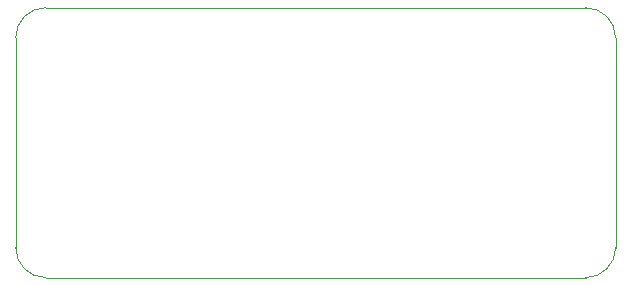
<source format=gbr>
%TF.GenerationSoftware,KiCad,Pcbnew,7.0.7*%
%TF.CreationDate,2023-08-17T11:34:17-04:00*%
%TF.ProjectId,adin1110-featherwing,6164696e-3131-4313-902d-666561746865,rev?*%
%TF.SameCoordinates,Original*%
%TF.FileFunction,Profile,NP*%
%FSLAX46Y46*%
G04 Gerber Fmt 4.6, Leading zero omitted, Abs format (unit mm)*
G04 Created by KiCad (PCBNEW 7.0.7) date 2023-08-17 11:34:17*
%MOMM*%
%LPD*%
G01*
G04 APERTURE LIST*
%TA.AperFunction,Profile*%
%ADD10C,0.100000*%
%TD*%
G04 APERTURE END LIST*
D10*
X132080000Y-101600000D02*
X132080000Y-83820000D01*
X180340000Y-81280000D02*
X134620000Y-81280000D01*
X182880000Y-83820000D02*
G75*
G03*
X180340000Y-81280000I-2540000J0D01*
G01*
X180340001Y-104140001D02*
G75*
G03*
X182880001Y-101600001I-1J2540001D01*
G01*
X134620000Y-81280000D02*
G75*
G03*
X132080000Y-83820000I0J-2540000D01*
G01*
X132080000Y-101600000D02*
G75*
G03*
X134620000Y-104140000I2540000J0D01*
G01*
X134620000Y-104140000D02*
X180340001Y-104140001D01*
X182880001Y-101600001D02*
X182880000Y-83820000D01*
M02*

</source>
